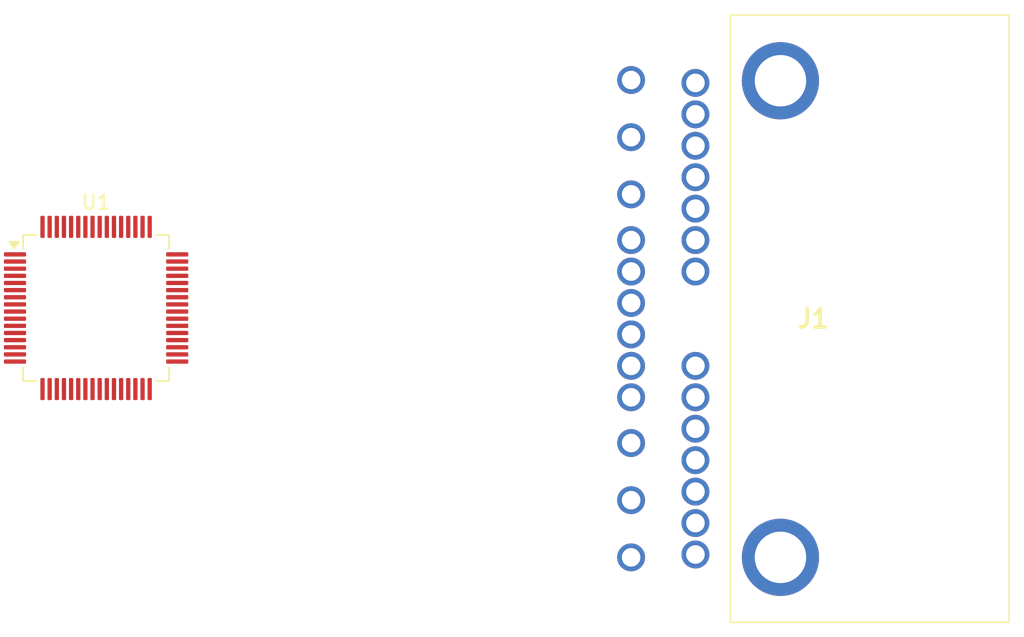
<source format=kicad_pcb>
(kicad_pcb (version 20240108) (generator "pcbnew") (generator_version "8.0")
  (layers (0 "F.Cu" signal) (31 "B.Cu" signal) (34 "B.Paste" user) (35 "F.Paste" user) (36 "B.SilkS" user "B.Silkscreen") (37 "F.SilkS" user "F.Silkscreen") (38 "B.Mask" user) (39 "F.Mask" user) (44 "Edge.Cuts" user))
  (net 0 "")
  (net 31 "Net-(U1-VSS-Pad18)")
  (footprint "Package_QFP:LQFP-64_10x10mm_P0.5mm" (layer "F.Cu") (at 116.325 77.75)
    (property "Reference" "U1" (at 0 -7.4 0) (layer "F.SilkS"))
    (property "Value" "STM32F205RBTx")
    (fp_line (start -5.11 -5.11) (end -5.11 -4.16) (stroke (width 0.12)) (layer "F.SilkS"))
    (fp_line (start -5.11 5.11) (end -5.11 4.16) (stroke (width 0.12)) (layer "F.SilkS"))
    (fp_line (start -4.16 -5.11) (end -5.11 -5.11) (stroke (width 0.12)) (layer "F.SilkS"))
    (fp_line (start -4.16 5.11) (end -5.11 5.11) (stroke (width 0.12)) (layer "F.SilkS"))
    (fp_line (start 4.16 -5.11) (end 5.11 -5.11) (stroke (width 0.12)) (layer "F.SilkS"))
    (fp_line (start 4.16 5.11) (end 5.11 5.11) (stroke (width 0.12)) (layer "F.SilkS"))
    (fp_line (start 5.11 -5.11) (end 5.11 -4.16) (stroke (width 0.12)) (layer "F.SilkS"))
    (fp_line (start 5.11 5.11) (end 5.11 4.16) (stroke (width 0.12)) (layer "F.SilkS"))
    (fp_poly (pts (xy -5.725 -4.16) (xy -6.065 -4.63) (xy -5.385 -4.63) (xy -5.725 -4.16)) (stroke (width 0.12)) (fill solid) (layer "F.SilkS"))
    (pad "1" smd roundrect (at -5.675 -3.75) (size 1.55 0.3) (layers "F.Cu" "F.Paste" "F.Mask"))
    (pad "2" smd roundrect (at -5.675 -3.25) (size 1.55 0.3) (layers "F.Cu" "F.Paste" "F.Mask"))
    (pad "3" smd roundrect (at -5.675 -2.75) (size 1.55 0.3) (layers "F.Cu" "F.Paste" "F.Mask"))
    (pad "4" smd roundrect (at -5.675 -2.25) (size 1.55 0.3) (layers "F.Cu" "F.Paste" "F.Mask"))
    (pad "5" smd roundrect (at -5.675 -1.75) (size 1.55 0.3) (layers "F.Cu" "F.Paste" "F.Mask"))
    (pad "6" smd roundrect (at -5.675 -1.25) (size 1.55 0.3) (layers "F.Cu" "F.Paste" "F.Mask"))
    (pad "7" smd roundrect (at -5.675 -0.75) (size 1.55 0.3) (layers "F.Cu" "F.Paste" "F.Mask"))
    (pad "8" smd roundrect (at -5.675 -0.25) (size 1.55 0.3) (layers "F.Cu" "F.Paste" "F.Mask"))
    (pad "9" smd roundrect (at -5.675 0.25) (size 1.55 0.3) (layers "F.Cu" "F.Paste" "F.Mask"))
    (pad "10" smd roundrect (at -5.675 0.75) (size 1.55 0.3) (layers "F.Cu" "F.Paste" "F.Mask"))
    (pad "11" smd roundrect (at -5.675 1.25) (size 1.55 0.3) (layers "F.Cu" "F.Paste" "F.Mask"))
    (pad "12" smd roundrect (at -5.675 1.75) (size 1.55 0.3) (layers "F.Cu" "F.Paste" "F.Mask"))
    (pad "13" smd roundrect (at -5.675 2.25) (size 1.55 0.3) (layers "F.Cu" "F.Paste" "F.Mask"))
    (pad "14" smd roundrect (at -5.675 2.75) (size 1.55 0.3) (layers "F.Cu" "F.Paste" "F.Mask"))
    (pad "15" smd roundrect (at -5.675 3.25) (size 1.55 0.3) (layers "F.Cu" "F.Paste" "F.Mask"))
    (pad "16" smd roundrect (at -5.675 3.75) (size 1.55 0.3) (layers "F.Cu" "F.Paste" "F.Mask"))
    (pad "17" smd roundrect (at -3.75 5.675) (size 0.3 1.55) (layers "F.Cu" "F.Paste" "F.Mask"))
    (pad "18" smd roundrect (at -3.25 5.675) (size 0.3 1.55) (layers "F.Cu" "F.Paste" "F.Mask") (net 31 "Net-(U1-VSS-Pad18)"))
    (pad "19" smd roundrect (at -2.75 5.675) (size 0.3 1.55) (layers "F.Cu" "F.Paste" "F.Mask"))
    (pad "20" smd roundrect (at -2.25 5.675) (size 0.3 1.55) (layers "F.Cu" "F.Paste" "F.Mask"))
    (pad "21" smd roundrect (at -1.75 5.675) (size 0.3 1.55) (layers "F.Cu" "F.Paste" "F.Mask"))
    (pad "22" smd roundrect (at -1.25 5.675) (size 0.3 1.55) (layers "F.Cu" "F.Paste" "F.Mask"))
    (pad "23" smd roundrect (at -0.75 5.675) (size 0.3 1.55) (layers "F.Cu" "F.Paste" "F.Mask"))
    (pad "24" smd roundrect (at -0.25 5.675) (size 0.3 1.55) (layers "F.Cu" "F.Paste" "F.Mask"))
    (pad "25" smd roundrect (at 0.25 5.675) (size 0.3 1.55) (layers "F.Cu" "F.Paste" "F.Mask"))
    (pad "26" smd roundrect (at 0.75 5.675) (size 0.3 1.55) (layers "F.Cu" "F.Paste" "F.Mask"))
    (pad "27" smd roundrect (at 1.25 5.675) (size 0.3 1.55) (layers "F.Cu" "F.Paste" "F.Mask"))
    (pad "28" smd roundrect (at 1.75 5.675) (size 0.3 1.55) (layers "F.Cu" "F.Paste" "F.Mask"))
    (pad "29" smd roundrect (at 2.25 5.675) (size 0.3 1.55) (layers "F.Cu" "F.Paste" "F.Mask"))
    (pad "30" smd roundrect (at 2.75 5.675) (size 0.3 1.55) (layers "F.Cu" "F.Paste" "F.Mask"))
    (pad "31" smd roundrect (at 3.25 5.675) (size 0.3 1.55) (layers "F.Cu" "F.Paste" "F.Mask"))
    (pad "32" smd roundrect (at 3.75 5.675) (size 0.3 1.55) (layers "F.Cu" "F.Paste" "F.Mask"))
    (pad "33" smd roundrect (at 5.675 3.75) (size 1.55 0.3) (layers "F.Cu" "F.Paste" "F.Mask"))
    (pad "34" smd roundrect (at 5.675 3.25) (size 1.55 0.3) (layers "F.Cu" "F.Paste" "F.Mask"))
    (pad "35" smd roundrect (at 5.675 2.75) (size 1.55 0.3) (layers "F.Cu" "F.Paste" "F.Mask"))
    (pad "36" smd roundrect (at 5.675 2.25) (size 1.55 0.3) (layers "F.Cu" "F.Paste" "F.Mask"))
    (pad "37" smd roundrect (at 5.675 1.75) (size 1.55 0.3) (layers "F.Cu" "F.Paste" "F.Mask"))
    (pad "38" smd roundrect (at 5.675 1.25) (size 1.55 0.3) (layers "F.Cu" "F.Paste" "F.Mask"))
    (pad "39" smd roundrect (at 5.675 0.75) (size 1.55 0.3) (layers "F.Cu" "F.Paste" "F.Mask"))
    (pad "40" smd roundrect (at 5.675 0.25) (size 1.55 0.3) (layers "F.Cu" "F.Paste" "F.Mask"))
    (pad "41" smd roundrect (at 5.675 -0.25) (size 1.55 0.3) (layers "F.Cu" "F.Paste" "F.Mask"))
    (pad "42" smd roundrect (at 5.675 -0.75) (size 1.55 0.3) (layers "F.Cu" "F.Paste" "F.Mask"))
    (pad "43" smd roundrect (at 5.675 -1.25) (size 1.55 0.3) (layers "F.Cu" "F.Paste" "F.Mask"))
    (pad "44" smd roundrect (at 5.675 -1.75) (size 1.55 0.3) (layers "F.Cu" "F.Paste" "F.Mask"))
    (pad "45" smd roundrect (at 5.675 -2.25) (size 1.55 0.3) (layers "F.Cu" "F.Paste" "F.Mask"))
    (pad "46" smd roundrect (at 5.675 -2.75) (size 1.55 0.3) (layers "F.Cu" "F.Paste" "F.Mask"))
    (pad "47" smd roundrect (at 5.675 -3.25) (size 1.55 0.3) (layers "F.Cu" "F.Paste" "F.Mask"))
    (pad "48" smd roundrect (at 5.675 -3.75) (size 1.55 0.3) (layers "F.Cu" "F.Paste" "F.Mask"))
    (pad "49" smd roundrect (at 3.75 -5.675) (size 0.3 1.55) (layers "F.Cu" "F.Paste" "F.Mask"))
    (pad "50" smd roundrect (at 3.25 -5.675) (size 0.3 1.55) (layers "F.Cu" "F.Paste" "F.Mask"))
    (pad "51" smd roundrect (at 2.75 -5.675) (size 0.3 1.55) (layers "F.Cu" "F.Paste" "F.Mask"))
    (pad "52" smd roundrect (at 2.25 -5.675) (size 0.3 1.55) (layers "F.Cu" "F.Paste" "F.Mask"))
    (pad "53" smd roundrect (at 1.75 -5.675) (size 0.3 1.55) (layers "F.Cu" "F.Paste" "F.Mask"))
    (pad "54" smd roundrect (at 1.25 -5.675) (size 0.3 1.55) (layers "F.Cu" "F.Paste" "F.Mask"))
    (pad "55" smd roundrect (at 0.75 -5.675) (size 0.3 1.55) (layers "F.Cu" "F.Paste" "F.Mask"))
    (pad "56" smd roundrect (at 0.25 -5.675) (size 0.3 1.55) (layers "F.Cu" "F.Paste" "F.Mask"))
    (pad "57" smd roundrect (at -0.25 -5.675) (size 0.3 1.55) (layers "F.Cu" "F.Paste" "F.Mask"))
    (pad "58" smd roundrect (at -0.75 -5.675) (size 0.3 1.55) (layers "F.Cu" "F.Paste" "F.Mask"))
    (pad "59" smd roundrect (at -1.25 -5.675) (size 0.3 1.55) (layers "F.Cu" "F.Paste" "F.Mask"))
    (pad "60" smd roundrect (at -1.75 -5.675) (size 0.3 1.55) (layers "F.Cu" "F.Paste" "F.Mask"))
    (pad "61" smd roundrect (at -2.25 -5.675) (size 0.3 1.55) (layers "F.Cu" "F.Paste" "F.Mask"))
    (pad "62" smd roundrect (at -2.75 -5.675) (size 0.3 1.55) (layers "F.Cu" "F.Paste" "F.Mask"))
    (pad "63" smd roundrect (at -3.25 -5.675) (size 0.3 1.55) (layers "F.Cu" "F.Paste" "F.Mask") (net 31 "Net-(U1-VSS-Pad18)"))
    (pad "64" smd roundrect (at -3.75 -5.675) (size 0.3 1.55) (layers "F.Cu" "F.Paste" "F.Mask"))
  )
  (footprint "IO:13763573" (layer "F.Cu") (at 153.7625 61.85)
    (property "Reference" "J1" (at 12.738 16.65 0) (layer "F.SilkS") (effects (font (size 1.27 1.27) (thickness 0.254))))
    (property "Value" "1376357-3" (hide yes))
    (fp_line (start 6.95 -4.6) (end 26.45 -4.6) (stroke (width 0.1)) (layer "F.SilkS"))
    (fp_line (start 6.95 37.9) (end 6.95 -4.6) (stroke (width 0.1)) (layer "F.SilkS"))
    (fp_line (start 26.45 -4.6) (end 26.45 37.9) (stroke (width 0.1)) (layer "F.SilkS"))
    (fp_line (start 26.45 37.9) (end 6.95 37.9) (stroke (width 0.1)) (layer "F.SilkS"))
    (pad "1" thru_hole circle (at 0 -0.05) (size 1.95 1.95) (drill 1.3) (layers "*.Cu" "*.Mask"))
    (pad "2" thru_hole circle (at 0 3.95) (size 1.95 1.95) (drill 1.3) (layers "*.Cu" "*.Mask"))
    (pad "3" thru_hole circle (at 0 7.95) (size 1.95 1.95) (drill 1.3) (layers "*.Cu" "*.Mask"))
    (pad "4" thru_hole circle (at 0 11.15) (size 1.95 1.95) (drill 1.3) (layers "*.Cu" "*.Mask"))
    (pad "5" thru_hole circle (at 0 13.35) (size 1.95 1.95) (drill 1.3) (layers "*.Cu" "*.Mask"))
    (pad "6" thru_hole circle (at 0 15.55) (size 1.95 1.95) (drill 1.3) (layers "*.Cu" "*.Mask"))
    (pad "7" thru_hole circle (at 0 17.75) (size 1.95 1.95) (drill 1.3) (layers "*.Cu" "*.Mask"))
    (pad "8" thru_hole circle (at 0 19.95) (size 1.95 1.95) (drill 1.3) (layers "*.Cu" "*.Mask"))
    (pad "9" thru_hole circle (at 0 22.15) (size 1.95 1.95) (drill 1.3) (layers "*.Cu" "*.Mask"))
    (pad "10" thru_hole circle (at 0 25.35) (size 1.95 1.95) (drill 1.3) (layers "*.Cu" "*.Mask"))
    (pad "11" thru_hole circle (at 0 29.35) (size 1.95 1.95) (drill 1.3) (layers "*.Cu" "*.Mask"))
    (pad "12" thru_hole circle (at 0 33.35) (size 1.95 1.95) (drill 1.3) (layers "*.Cu" "*.Mask"))
    (pad "13" thru_hole circle (at 4.5 0.15) (size 1.95 1.95) (drill 1.3) (layers "*.Cu" "*.Mask"))
    (pad "14" thru_hole circle (at 4.5 2.35) (size 1.95 1.95) (drill 1.3) (layers "*.Cu" "*.Mask"))
    (pad "15" thru_hole circle (at 4.5 4.55) (size 1.95 1.95) (drill 1.3) (layers "*.Cu" "*.Mask"))
    (pad "16" thru_hole circle (at 4.5 6.75) (size 1.95 1.95) (drill 1.3) (layers "*.Cu" "*.Mask"))
    (pad "17" thru_hole circle (at 4.5 8.95) (size 1.95 1.95) (drill 1.3) (layers "*.Cu" "*.Mask"))
    (pad "18" thru_hole circle (at 4.5 11.15) (size 1.95 1.95) (drill 1.3) (layers "*.Cu" "*.Mask"))
    (pad "19" thru_hole circle (at 4.5 13.35) (size 1.95 1.95) (drill 1.3) (layers "*.Cu" "*.Mask"))
    (pad "20" thru_hole circle (at 4.5 19.95) (size 1.95 1.95) (drill 1.3) (layers "*.Cu" "*.Mask"))
    (pad "21" thru_hole circle (at 4.5 22.15) (size 1.95 1.95) (drill 1.3) (layers "*.Cu" "*.Mask"))
    (pad "22" thru_hole circle (at 4.5 24.35) (size 1.95 1.95) (drill 1.3) (layers "*.Cu" "*.Mask"))
    (pad "23" thru_hole circle (at 4.5 26.55) (size 1.95 1.95) (drill 1.3) (layers "*.Cu" "*.Mask"))
    (pad "24" thru_hole circle (at 4.5 28.75) (size 1.95 1.95) (drill 1.3) (layers "*.Cu" "*.Mask"))
    (pad "25" thru_hole circle (at 4.5 30.95) (size 1.95 1.95) (drill 1.3) (layers "*.Cu" "*.Mask"))
    (pad "26" thru_hole circle (at 4.5 33.15) (size 1.95 1.95) (drill 1.3) (layers "*.Cu" "*.Mask"))
    (pad "MH1" thru_hole circle (at 10.45 0) (size 5.4 5.4) (drill 3.6) (layers "*.Cu" "*.Mask"))
    (pad "MH2" thru_hole circle (at 10.45 33.35) (size 5.4 5.4) (drill 3.6) (layers "*.Cu" "*.Mask"))
  )
)
</source>
